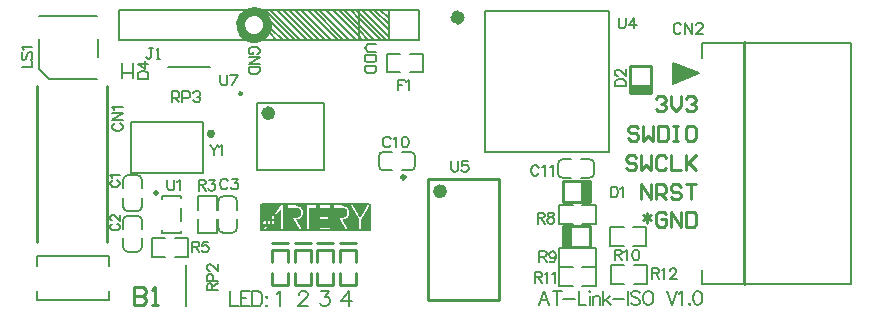
<source format=gto>
G04*
G04 #@! TF.GenerationSoftware,Altium Limited,Altium Designer,18.1.4 (159)*
G04*
G04 Layer_Color=65535*
%FSLAX25Y25*%
%MOIN*%
G70*
G01*
G75*
%ADD10C,0.03937*%
%ADD11C,0.00787*%
%ADD12C,0.02362*%
%ADD13C,0.01181*%
%ADD14C,0.01221*%
%ADD15C,0.03000*%
%ADD16C,0.00984*%
%ADD17C,0.00600*%
%ADD18C,0.00800*%
%ADD19C,0.00100*%
%ADD20C,0.00598*%
%ADD21C,0.01000*%
%ADD22C,0.01968*%
%ADD23C,0.00500*%
%ADD24C,0.00799*%
%ADD25C,0.00900*%
%ADD26R,0.07000X0.02500*%
%ADD27R,0.02500X0.07000*%
D10*
X140594Y92822D02*
G03*
X140594Y92822I-394J0D01*
G01*
D11*
X115532Y48087D02*
G03*
X113957Y46513I0J-1575D01*
G01*
Y43442D02*
G03*
X115532Y41867I1575J0D01*
G01*
X124469Y41867D02*
G03*
X126043Y43442I-0J1575D01*
G01*
X126043Y46513D02*
G03*
X124469Y48087I-1575J0D01*
G01*
X28740Y29824D02*
G03*
X30315Y28249I1575J0D01*
G01*
X33386D02*
G03*
X34961Y29824I0J1575D01*
G01*
X34961Y38761D02*
G03*
X33386Y40335I-1575J-0D01*
G01*
X30315Y40335D02*
G03*
X28740Y38761I0J-1575D01*
G01*
X34961Y25265D02*
G03*
X33386Y26840I-1575J-0D01*
G01*
X30315D02*
G03*
X28740Y25265I0J-1575D01*
G01*
X28740Y16328D02*
G03*
X30315Y14753I1575J0D01*
G01*
X33386Y14754D02*
G03*
X34961Y16328I0J1575D01*
G01*
X66710Y31668D02*
G03*
X65135Y33243I-1575J-0D01*
G01*
X62065D02*
G03*
X60490Y31668I0J-1575D01*
G01*
X60490Y22731D02*
G03*
X62065Y21157I1575J0D01*
G01*
X65135Y21157D02*
G03*
X66710Y22731I0J1575D01*
G01*
X185743Y44035D02*
G03*
X184169Y45610I-1575J0D01*
G01*
X184169Y39390D02*
G03*
X185743Y40965I-0J1575D01*
G01*
X173657Y40965D02*
G03*
X175232Y39390I1575J0D01*
G01*
Y45610D02*
G03*
X173657Y44035I0J-1575D01*
G01*
X191292Y10262D02*
X195761D01*
X203379Y4041D02*
Y10262D01*
X191292Y4041D02*
Y10262D01*
X198910D02*
X203379D01*
X191292Y4041D02*
X195761D01*
X198910D02*
X203379D01*
X174157Y9610D02*
X178625D01*
X181775D02*
X186243D01*
X174157Y3390D02*
X178625D01*
X186243D02*
Y9610D01*
X174157Y3390D02*
Y9610D01*
X181775Y3390D02*
X186243D01*
X191057Y23010D02*
X195525D01*
X198675D02*
X203143D01*
X191057Y16790D02*
X195525D01*
X203143D02*
Y23010D01*
X191057Y16790D02*
Y23010D01*
X198675Y16790D02*
X203143D01*
X174157Y30310D02*
X178625D01*
X181775D02*
X186243D01*
X174157Y24090D02*
X178625D01*
X186243D02*
Y30310D01*
X174157Y24090D02*
Y30310D01*
X181775Y24090D02*
X186243D01*
X174157Y15910D02*
X178625D01*
X181775D02*
X186243D01*
X174157Y9690D02*
X178625D01*
X186243D02*
Y15910D01*
X174157Y9690D02*
Y15910D01*
X181775Y9690D02*
X186243D01*
X115532Y41867D02*
X118425D01*
X121575Y41867D02*
X124469D01*
X121575Y48087D02*
X124469D01*
X113957Y43442D02*
Y46513D01*
X126043Y43442D02*
Y46513D01*
X115532Y48087D02*
X118425D01*
X124304Y74590D02*
X128772D01*
X116686D02*
Y80810D01*
X128772Y74590D02*
Y80810D01*
X116686Y74590D02*
X121154D01*
X124304Y80810D02*
X128772D01*
X116686D02*
X121154D01*
X27374Y85330D02*
Y95330D01*
X127374D01*
Y85330D02*
Y95330D01*
X119874Y85330D02*
X127374D01*
X27374D02*
X119874D01*
X38254Y19363D02*
X42723D01*
X50341Y13142D02*
Y19363D01*
X38254Y13142D02*
Y19363D01*
X45872D02*
X50341D01*
X38254Y13142D02*
X42723D01*
X45872D02*
X50341D01*
X53743Y21137D02*
Y25605D01*
Y33224D02*
X59964D01*
X53743Y21137D02*
X59964D01*
X53743Y28755D02*
Y33224D01*
X59964Y21137D02*
Y25605D01*
Y28755D02*
Y33224D01*
X34961Y29824D02*
Y32717D01*
X34961Y35867D02*
Y38761D01*
X28740Y35867D02*
Y38761D01*
X30315Y28249D02*
X33386D01*
X30315Y40335D02*
X33386D01*
X28740Y29824D02*
Y32717D01*
Y22372D02*
Y25265D01*
X28740Y16328D02*
Y19222D01*
X34961Y16328D02*
Y19222D01*
X30315Y26840D02*
X33386D01*
X30315Y14754D02*
X33386D01*
X34961Y22372D02*
Y25265D01*
X60490Y28775D02*
Y31668D01*
X60490Y22731D02*
Y25625D01*
X66710Y22731D02*
Y25625D01*
X62065Y33243D02*
X65135D01*
X62065Y21157D02*
X65135D01*
X66710Y28775D02*
Y31668D01*
X175232Y45610D02*
X178125D01*
X185743Y40965D02*
Y44035D01*
X173657Y40965D02*
Y44035D01*
X181275Y45610D02*
X184169D01*
X181275Y39390D02*
X184169D01*
X175232Y39390D02*
X178125D01*
X73289Y41968D02*
X95789D01*
Y64468D01*
X73289D02*
X95789D01*
X73289Y41968D02*
Y64468D01*
D12*
X135524Y34942D02*
G03*
X135524Y34942I-1181J0D01*
G01*
X78289Y60968D02*
G03*
X78289Y60968I-1181J0D01*
G01*
D13*
X122729Y39666D02*
G03*
X122729Y39666I-591J0D01*
G01*
D14*
X58749Y54083D02*
G03*
X58749Y54083I-781J0D01*
G01*
D15*
X76709Y91414D02*
G03*
X76767Y91148I-4335J-1084D01*
G01*
D16*
X68289Y67468D02*
G03*
X68289Y67468I-492J0D01*
G01*
D17*
X28393Y72609D02*
Y77727D01*
X28491Y74368D02*
X31838D01*
X31936Y72609D02*
Y77727D01*
X149500Y95144D02*
X190839D01*
Y47922D02*
Y95144D01*
X149500Y47922D02*
X190839D01*
X149500D02*
Y95144D01*
X235836Y84447D02*
X235836Y4133D01*
X221663D02*
X235836D01*
X271269D01*
Y84447D01*
X235836D02*
X271269D01*
X221663D02*
X235836D01*
X221663Y79290D02*
Y84447D01*
Y4133D02*
Y8690D01*
X212600Y76790D02*
X218100Y74290D01*
X212600Y71790D02*
X218100Y74290D01*
X212600Y72290D02*
X217100Y74290D01*
X212600Y76290D02*
X217100Y74290D01*
X213100Y72790D02*
Y75790D01*
Y72790D02*
X216100Y74290D01*
X213100Y75790D02*
X216100Y74290D01*
X213100Y75790D02*
X213600Y72790D01*
X215600Y74790D01*
X213100Y75290D02*
X215100Y74290D01*
X213100Y75290D02*
X213600Y74790D01*
X214100Y73290D01*
X214600Y74290D01*
X213600D02*
X214600D01*
X212600Y71290D02*
X218600Y74290D01*
X212100Y77290D02*
X218600Y74290D01*
X212100Y70790D02*
Y77290D01*
Y70790D02*
X219100Y74290D01*
X212100Y77790D02*
X219100Y74290D01*
X212100Y70790D02*
Y77790D01*
Y70790D02*
X220600Y74290D01*
X212100Y77790D02*
X220600Y74290D01*
X216600D02*
X220100D01*
X3Y13221D02*
X24019D01*
X3Y-1346D02*
X24019D01*
X3D02*
Y1607D01*
X24019Y10071D02*
Y13221D01*
Y-1346D02*
Y1804D01*
X3Y9874D02*
Y13221D01*
X236120Y3840D02*
Y84943D01*
X107374Y85430D02*
Y95330D01*
X114474D02*
X117274Y92530D01*
X112674Y95130D02*
X117274Y90530D01*
X110574Y95330D02*
X117274Y88630D01*
X108774Y95130D02*
X117174Y86730D01*
X106774Y95130D02*
X116474Y85430D01*
X107374Y92530D02*
X114574Y85330D01*
X107474Y90330D02*
X112474Y85330D01*
X107574Y88230D02*
X110474Y85330D01*
X107274Y86530D02*
X108474Y85330D01*
X104574Y95330D02*
X107474Y92430D01*
X102474Y95330D02*
X107474Y90330D01*
X100574Y95230D02*
X107574Y88230D01*
X98574Y95230D02*
X107274Y86530D01*
X96374Y95230D02*
X106274Y85330D01*
X94374Y95130D02*
X104174Y85330D01*
X92374Y95230D02*
X102180Y85425D01*
X90374Y95230D02*
X100274Y85330D01*
X88174Y95230D02*
X98074Y85330D01*
X86074Y95230D02*
X95874Y85430D01*
X83974Y95330D02*
X93874Y85430D01*
X81874Y95330D02*
X91874Y85330D01*
X79874Y95330D02*
X89874Y85330D01*
X77774Y95330D02*
X87774Y85330D01*
X75974Y95330D02*
X77374Y93930D01*
X85874Y85430D01*
X78274Y91030D02*
X83974Y85330D01*
X78174Y89030D02*
X81874Y85330D01*
X77674Y87530D02*
X79774Y85430D01*
X117274D02*
Y95430D01*
X73334Y80541D02*
X73677Y80712D01*
X74020Y81055D01*
X74191Y81398D01*
Y82083D01*
X74020Y82426D01*
X73677Y82769D01*
X73334Y82940D01*
X72820Y83112D01*
X71963D01*
X71449Y82940D01*
X71106Y82769D01*
X70763Y82426D01*
X70592Y82083D01*
Y81398D01*
X70763Y81055D01*
X71106Y80712D01*
X71449Y80541D01*
X71963D01*
Y81398D02*
Y80541D01*
X74191Y79718D02*
X70592D01*
X74191D02*
X70592Y77319D01*
X74191D02*
X70592D01*
X74191Y76324D02*
X70592D01*
X74191D02*
Y75125D01*
X74020Y74611D01*
X73677Y74268D01*
X73334Y74096D01*
X72820Y73925D01*
X71963D01*
X71449Y74096D01*
X71106Y74268D01*
X70763Y74611D01*
X70592Y75125D01*
Y76324D01*
X112899Y83900D02*
X110500D01*
X109300Y82700D01*
X110500Y81501D01*
X112899D01*
Y80301D02*
X109300D01*
Y78502D01*
X109900Y77902D01*
X112299D01*
X112899Y78502D01*
Y80301D01*
Y76702D02*
X109300D01*
Y74903D01*
X109900Y74303D01*
X112299D01*
X112899Y74903D01*
Y76702D01*
X64500Y1587D02*
Y-3412D01*
X67356D01*
X70999Y1587D02*
X67904D01*
Y-3412D01*
X70999D01*
X67904Y-793D02*
X69808D01*
X71832Y1587D02*
Y-3412D01*
Y1587D02*
X73498D01*
X74212Y1349D01*
X74688Y873D01*
X74926Y397D01*
X75164Y-317D01*
Y-1508D01*
X74926Y-2222D01*
X74688Y-2698D01*
X74212Y-3174D01*
X73498Y-3412D01*
X71832D01*
X76521Y-79D02*
X76283Y-317D01*
X76521Y-555D01*
X76759Y-317D01*
X76521Y-79D01*
Y-2936D02*
X76283Y-3174D01*
X76521Y-3412D01*
X76759Y-3174D01*
X76521Y-2936D01*
X170828Y-2900D02*
X169114Y1599D01*
X167400Y-2900D01*
X168043Y-1400D02*
X170185D01*
X173377Y1599D02*
Y-2900D01*
X171878Y1599D02*
X174877D01*
X175413Y-972D02*
X179269D01*
X180597Y1599D02*
Y-2900D01*
X183168D01*
X184089Y1599D02*
X184303Y1385D01*
X184518Y1599D01*
X184303Y1813D01*
X184089Y1599D01*
X184303Y99D02*
Y-2900D01*
X185310Y99D02*
Y-2900D01*
Y-758D02*
X185953Y-115D01*
X186382Y99D01*
X187024D01*
X187453Y-115D01*
X187667Y-758D01*
Y-2900D01*
X188845Y1599D02*
Y-2900D01*
X190988Y99D02*
X188845Y-2043D01*
X189702Y-1186D02*
X191202Y-2900D01*
X191909Y-972D02*
X195765D01*
X197094Y1599D02*
Y-2900D01*
X201036Y956D02*
X200607Y1385D01*
X199964Y1599D01*
X199108D01*
X198465Y1385D01*
X198036Y956D01*
Y528D01*
X198250Y99D01*
X198465Y-115D01*
X198893Y-329D01*
X200179Y-758D01*
X200607Y-972D01*
X200821Y-1186D01*
X201036Y-1615D01*
Y-2257D01*
X200607Y-2686D01*
X199964Y-2900D01*
X199108D01*
X198465Y-2686D01*
X198036Y-2257D01*
X203328Y1599D02*
X202900Y1385D01*
X202471Y956D01*
X202257Y528D01*
X202043Y-115D01*
Y-1186D01*
X202257Y-1829D01*
X202471Y-2257D01*
X202900Y-2686D01*
X203328Y-2900D01*
X204185D01*
X204613Y-2686D01*
X205042Y-2257D01*
X205256Y-1829D01*
X205470Y-1186D01*
Y-115D01*
X205256Y528D01*
X205042Y956D01*
X204613Y1385D01*
X204185Y1599D01*
X203328D01*
X210055D02*
X211769Y-2900D01*
X213483Y1599D02*
X211769Y-2900D01*
X214061Y742D02*
X214490Y956D01*
X215133Y1599D01*
Y-2900D01*
X217575Y-2472D02*
X217361Y-2686D01*
X217575Y-2900D01*
X217789Y-2686D01*
X217575Y-2472D01*
X220060Y1599D02*
X219417Y1385D01*
X218989Y742D01*
X218775Y-329D01*
Y-972D01*
X218989Y-2043D01*
X219417Y-2686D01*
X220060Y-2900D01*
X220489D01*
X221131Y-2686D01*
X221560Y-2043D01*
X221774Y-972D01*
Y-329D01*
X221560Y742D01*
X221131Y1385D01*
X220489Y1599D01*
X220060D01*
X103854Y1686D02*
X101473Y-1647D01*
X105044D01*
X103854Y1686D02*
Y-3313D01*
X94781Y1686D02*
X97400D01*
X95972Y-218D01*
X96686D01*
X97162Y-456D01*
X97400Y-694D01*
X97638Y-1409D01*
Y-1885D01*
X97400Y-2599D01*
X96924Y-3075D01*
X96210Y-3313D01*
X95495D01*
X94781Y-3075D01*
X94543Y-2837D01*
X94305Y-2361D01*
X87375Y496D02*
Y734D01*
X87613Y1210D01*
X87851Y1448D01*
X88327Y1686D01*
X89280D01*
X89756Y1448D01*
X89994Y1210D01*
X90232Y734D01*
Y258D01*
X89994Y-218D01*
X89518Y-932D01*
X87137Y-3313D01*
X90470D01*
X79969Y734D02*
X80445Y972D01*
X81159Y1686D01*
Y-3313D01*
X205100Y9294D02*
Y5694D01*
Y9294D02*
X206643D01*
X207157Y9122D01*
X207328Y8951D01*
X207500Y8608D01*
Y8265D01*
X207328Y7923D01*
X207157Y7751D01*
X206643Y7580D01*
X205100D01*
X206300D02*
X207500Y5694D01*
X208305Y8608D02*
X208648Y8779D01*
X209162Y9294D01*
Y5694D01*
X211116Y8437D02*
Y8608D01*
X211287Y8951D01*
X211459Y9122D01*
X211801Y9294D01*
X212487D01*
X212830Y9122D01*
X213001Y8951D01*
X213173Y8608D01*
Y8265D01*
X213001Y7923D01*
X212658Y7408D01*
X210945Y5694D01*
X213344D01*
X165982Y7942D02*
Y4343D01*
Y7942D02*
X167525D01*
X168039Y7770D01*
X168210Y7599D01*
X168382Y7256D01*
Y6913D01*
X168210Y6571D01*
X168039Y6399D01*
X167525Y6228D01*
X165982D01*
X167182D02*
X168382Y4343D01*
X169187Y7256D02*
X169530Y7428D01*
X170044Y7942D01*
Y4343D01*
X171827Y7256D02*
X172170Y7428D01*
X172684Y7942D01*
Y4343D01*
X192584Y15504D02*
Y11905D01*
Y15504D02*
X194127D01*
X194641Y15333D01*
X194813Y15161D01*
X194984Y14818D01*
Y14476D01*
X194813Y14133D01*
X194641Y13961D01*
X194127Y13790D01*
X192584D01*
X193784D02*
X194984Y11905D01*
X195789Y14818D02*
X196132Y14990D01*
X196646Y15504D01*
Y11905D01*
X199457Y15504D02*
X198943Y15333D01*
X198600Y14818D01*
X198429Y13961D01*
Y13447D01*
X198600Y12590D01*
X198943Y12076D01*
X199457Y11905D01*
X199800D01*
X200314Y12076D01*
X200657Y12590D01*
X200828Y13447D01*
Y13961D01*
X200657Y14818D01*
X200314Y15333D01*
X199800Y15504D01*
X199457D01*
X214779Y90366D02*
X214179Y90966D01*
X212979D01*
X212380Y90366D01*
Y87967D01*
X212979Y87367D01*
X214179D01*
X214779Y87967D01*
X215978Y87367D02*
Y90966D01*
X218378Y87367D01*
Y90966D01*
X221976Y87367D02*
X219577D01*
X221976Y89766D01*
Y90366D01*
X221377Y90966D01*
X220177D01*
X219577Y90366D01*
X44900Y64700D02*
Y68299D01*
X46699D01*
X47299Y67699D01*
Y66499D01*
X46699Y65900D01*
X44900D01*
X46100D02*
X47299Y64700D01*
X48499D02*
Y68299D01*
X50298D01*
X50898Y67699D01*
Y66499D01*
X50298Y65900D01*
X48499D01*
X52098Y67699D02*
X52697Y68299D01*
X53897D01*
X54497Y67699D01*
Y67099D01*
X53897Y66499D01*
X53297D01*
X53897D01*
X54497Y65900D01*
Y65300D01*
X53897Y64700D01*
X52697D01*
X52098Y65300D01*
X38654Y82723D02*
X37454D01*
X38054D01*
Y79724D01*
X37454Y79125D01*
X36854D01*
X36255Y79724D01*
X39853Y79125D02*
X41053D01*
X40453D01*
Y82723D01*
X39853Y82124D01*
X120422Y72148D02*
Y68549D01*
Y72148D02*
X122650D01*
X120422Y70434D02*
X121793D01*
X123061Y71463D02*
X123404Y71634D01*
X123918Y72148D01*
Y68549D01*
X167500Y14899D02*
Y11300D01*
Y14899D02*
X169043D01*
X169557Y14728D01*
X169728Y14556D01*
X169899Y14214D01*
Y13871D01*
X169728Y13528D01*
X169557Y13357D01*
X169043Y13185D01*
X167500D01*
X168700D02*
X169899Y11300D01*
X172933Y13700D02*
X172762Y13185D01*
X172419Y12843D01*
X171905Y12671D01*
X171733D01*
X171219Y12843D01*
X170876Y13185D01*
X170705Y13700D01*
Y13871D01*
X170876Y14385D01*
X171219Y14728D01*
X171733Y14899D01*
X171905D01*
X172419Y14728D01*
X172762Y14385D01*
X172933Y13700D01*
Y12843D01*
X172762Y11986D01*
X172419Y11471D01*
X171905Y11300D01*
X171562D01*
X171048Y11471D01*
X170876Y11814D01*
X166909Y27780D02*
Y24181D01*
Y27780D02*
X168451D01*
X168965Y27608D01*
X169137Y27437D01*
X169308Y27094D01*
Y26751D01*
X169137Y26409D01*
X168965Y26237D01*
X168451Y26066D01*
X166909D01*
X168108D02*
X169308Y24181D01*
X170971Y27780D02*
X170456Y27608D01*
X170285Y27266D01*
Y26923D01*
X170456Y26580D01*
X170799Y26409D01*
X171485Y26237D01*
X171999Y26066D01*
X172342Y25723D01*
X172513Y25380D01*
Y24866D01*
X172342Y24523D01*
X172170Y24352D01*
X171656Y24181D01*
X170971D01*
X170456Y24352D01*
X170285Y24523D01*
X170114Y24866D01*
Y25380D01*
X170285Y25723D01*
X170628Y26066D01*
X171142Y26237D01*
X171827Y26409D01*
X172170Y26580D01*
X172342Y26923D01*
Y27266D01*
X172170Y27608D01*
X171656Y27780D01*
X170971D01*
X117871Y52324D02*
X117700Y52667D01*
X117357Y53010D01*
X117014Y53181D01*
X116328D01*
X115986Y53010D01*
X115643Y52667D01*
X115471Y52324D01*
X115300Y51810D01*
Y50953D01*
X115471Y50439D01*
X115643Y50096D01*
X115986Y49754D01*
X116328Y49582D01*
X117014D01*
X117357Y49754D01*
X117700Y50096D01*
X117871Y50439D01*
X118882Y52496D02*
X119225Y52667D01*
X119739Y53181D01*
Y49582D01*
X122550Y53181D02*
X122036Y53010D01*
X121693Y52496D01*
X121521Y51639D01*
Y51125D01*
X121693Y50268D01*
X122036Y49754D01*
X122550Y49582D01*
X122893D01*
X123407Y49754D01*
X123750Y50268D01*
X123921Y51125D01*
Y51639D01*
X123750Y52496D01*
X123407Y53010D01*
X122893Y53181D01*
X122550D01*
X63650Y38278D02*
X63478Y38621D01*
X63136Y38964D01*
X62793Y39135D01*
X62107D01*
X61765Y38964D01*
X61422Y38621D01*
X61250Y38278D01*
X61079Y37764D01*
Y36907D01*
X61250Y36393D01*
X61422Y36050D01*
X61765Y35708D01*
X62107Y35536D01*
X62793D01*
X63136Y35708D01*
X63478Y36050D01*
X63650Y36393D01*
X65004Y39135D02*
X66889D01*
X65861Y37764D01*
X66375D01*
X66718Y37593D01*
X66889Y37421D01*
X67061Y36907D01*
Y36564D01*
X66889Y36050D01*
X66546Y35708D01*
X66032Y35536D01*
X65518D01*
X65004Y35708D01*
X64832Y35879D01*
X64661Y36222D01*
X25162Y24140D02*
X24858Y23987D01*
X24553Y23683D01*
X24401Y23378D01*
Y22769D01*
X24553Y22464D01*
X24858Y22159D01*
X25162Y22007D01*
X25620Y21855D01*
X26381D01*
X26838Y22007D01*
X27143Y22159D01*
X27448Y22464D01*
X27600Y22769D01*
Y23378D01*
X27448Y23683D01*
X27143Y23987D01*
X26838Y24140D01*
X25162Y25191D02*
X25010D01*
X24705Y25343D01*
X24553Y25496D01*
X24401Y25800D01*
Y26410D01*
X24553Y26715D01*
X24705Y26867D01*
X25010Y27019D01*
X25315D01*
X25620Y26867D01*
X26076Y26562D01*
X27600Y25039D01*
Y27171D01*
X25162Y38585D02*
X24858Y38433D01*
X24553Y38128D01*
X24401Y37824D01*
Y37214D01*
X24553Y36909D01*
X24858Y36605D01*
X25162Y36452D01*
X25620Y36300D01*
X26381D01*
X26838Y36452D01*
X27143Y36605D01*
X27448Y36909D01*
X27600Y37214D01*
Y37824D01*
X27448Y38128D01*
X27143Y38433D01*
X26838Y38585D01*
X25010Y39484D02*
X24858Y39789D01*
X24401Y40246D01*
X27600D01*
X57625Y50499D02*
X58996Y48785D01*
Y46900D01*
X60368Y50499D02*
X58996Y48785D01*
X60830Y49814D02*
X61173Y49985D01*
X61687Y50499D01*
Y46900D01*
X56801Y1900D02*
X60400D01*
X56801D02*
Y3443D01*
X56972Y3957D01*
X57144Y4128D01*
X57486Y4299D01*
X57829D01*
X58172Y4128D01*
X58343Y3957D01*
X58515Y3443D01*
Y1900D01*
Y3100D02*
X60400Y4299D01*
X58686Y5105D02*
Y6648D01*
X58515Y7162D01*
X58343Y7333D01*
X58000Y7504D01*
X57486D01*
X57144Y7333D01*
X56972Y7162D01*
X56801Y6648D01*
Y5105D01*
X60400D01*
X57658Y8481D02*
X57486D01*
X57144Y8653D01*
X56972Y8824D01*
X56801Y9167D01*
Y9853D01*
X56972Y10195D01*
X57144Y10367D01*
X57486Y10538D01*
X57829D01*
X58172Y10367D01*
X58686Y10024D01*
X60400Y8310D01*
Y10710D01*
X138100Y44971D02*
Y42401D01*
X138271Y41886D01*
X138614Y41544D01*
X139128Y41372D01*
X139471D01*
X139985Y41544D01*
X140328Y41886D01*
X140499Y42401D01*
Y44971D01*
X143550D02*
X141836D01*
X141665Y43429D01*
X141836Y43600D01*
X142350Y43772D01*
X142865D01*
X143379Y43600D01*
X143722Y43257D01*
X143893Y42743D01*
Y42401D01*
X143722Y41886D01*
X143379Y41544D01*
X142865Y41372D01*
X142350D01*
X141836Y41544D01*
X141665Y41715D01*
X141494Y42058D01*
X193900Y92799D02*
Y90228D01*
X194071Y89714D01*
X194414Y89371D01*
X194928Y89200D01*
X195271D01*
X195785Y89371D01*
X196128Y89714D01*
X196300Y90228D01*
Y92799D01*
X199007D02*
X197294Y90400D01*
X199864D01*
X199007Y92799D02*
Y89200D01*
X192679Y70041D02*
X196278D01*
X192679D02*
Y71240D01*
X192850Y71755D01*
X193193Y72097D01*
X193536Y72269D01*
X194050Y72440D01*
X194907D01*
X195421Y72269D01*
X195764Y72097D01*
X196107Y71755D01*
X196278Y71240D01*
Y70041D01*
X193536Y73417D02*
X193365D01*
X193022Y73589D01*
X192850Y73760D01*
X192679Y74103D01*
Y74788D01*
X192850Y75131D01*
X193022Y75302D01*
X193365Y75474D01*
X193707D01*
X194050Y75302D01*
X194564Y74960D01*
X196278Y73246D01*
Y75645D01*
X51737Y18141D02*
Y14542D01*
Y18141D02*
X53280D01*
X53794Y17969D01*
X53965Y17798D01*
X54137Y17455D01*
Y17112D01*
X53965Y16770D01*
X53794Y16598D01*
X53280Y16427D01*
X51737D01*
X52937D02*
X54137Y14542D01*
X56999Y18141D02*
X55285D01*
X55113Y16598D01*
X55285Y16770D01*
X55799Y16941D01*
X56313D01*
X56827Y16770D01*
X57170Y16427D01*
X57341Y15913D01*
Y15570D01*
X57170Y15056D01*
X56827Y14713D01*
X56313Y14542D01*
X55799D01*
X55285Y14713D01*
X55113Y14884D01*
X54942Y15227D01*
X61079Y73849D02*
Y71278D01*
X61250Y70764D01*
X61593Y70421D01*
X62107Y70250D01*
X62450D01*
X62964Y70421D01*
X63307Y70764D01*
X63478Y71278D01*
Y73849D01*
X66872D02*
X65158Y70250D01*
X64473Y73849D02*
X66872D01*
X43358Y38806D02*
Y36235D01*
X43529Y35721D01*
X43872Y35378D01*
X44386Y35207D01*
X44729D01*
X45243Y35378D01*
X45586Y35721D01*
X45757Y36235D01*
Y38806D01*
X46751Y38120D02*
X47094Y38292D01*
X47608Y38806D01*
Y35207D01*
X53909Y38767D02*
Y35168D01*
Y38767D02*
X55451D01*
X55966Y38595D01*
X56137Y38424D01*
X56308Y38081D01*
Y37738D01*
X56137Y37396D01*
X55966Y37224D01*
X55451Y37053D01*
X53909D01*
X55109D02*
X56308Y35168D01*
X57457Y38767D02*
X59342D01*
X58314Y37396D01*
X58828D01*
X59171Y37224D01*
X59342Y37053D01*
X59513Y36539D01*
Y36196D01*
X59342Y35682D01*
X58999Y35339D01*
X58485Y35168D01*
X57971D01*
X57457Y35339D01*
X57285Y35510D01*
X57114Y35853D01*
X-5088Y76345D02*
X-1489D01*
Y78402D01*
X-4574Y81196D02*
X-4917Y80853D01*
X-5088Y80339D01*
Y79653D01*
X-4917Y79139D01*
X-4574Y78796D01*
X-4231D01*
X-3889Y78968D01*
X-3717Y79139D01*
X-3546Y79482D01*
X-3203Y80510D01*
X-3032Y80853D01*
X-2860Y81024D01*
X-2518Y81196D01*
X-2004D01*
X-1661Y80853D01*
X-1489Y80339D01*
Y79653D01*
X-1661Y79139D01*
X-2004Y78796D01*
X-4403Y82001D02*
X-4574Y82344D01*
X-5088Y82858D01*
X-1489D01*
X33584Y72492D02*
X37183D01*
X33584D02*
Y73692D01*
X33755Y74206D01*
X34098Y74549D01*
X34441Y74720D01*
X34955Y74891D01*
X35812D01*
X36326Y74720D01*
X36669Y74549D01*
X37012Y74206D01*
X37183Y73692D01*
Y72492D01*
X33584Y77411D02*
X35983Y75697D01*
Y78268D01*
X33584Y77411D02*
X37183D01*
X191200Y36499D02*
Y32900D01*
Y36499D02*
X192400D01*
X192914Y36328D01*
X193257Y35985D01*
X193428Y35642D01*
X193599Y35128D01*
Y34271D01*
X193428Y33757D01*
X193257Y33414D01*
X192914Y33071D01*
X192400Y32900D01*
X191200D01*
X194405Y35814D02*
X194748Y35985D01*
X195262Y36499D01*
Y32900D01*
X25902Y57689D02*
X25559Y57518D01*
X25216Y57175D01*
X25045Y56832D01*
Y56147D01*
X25216Y55804D01*
X25559Y55461D01*
X25902Y55290D01*
X26416Y55119D01*
X27273D01*
X27787Y55290D01*
X28130Y55461D01*
X28473Y55804D01*
X28644Y56147D01*
Y56832D01*
X28473Y57175D01*
X28130Y57518D01*
X27787Y57689D01*
X25045Y58701D02*
X28644D01*
X25045D02*
X28644Y61100D01*
X25045D02*
X28644D01*
X25730Y62094D02*
X25559Y62437D01*
X25045Y62951D01*
X28644D01*
X167350Y42807D02*
X167179Y43150D01*
X166836Y43492D01*
X166493Y43664D01*
X165807D01*
X165465Y43492D01*
X165122Y43150D01*
X164951Y42807D01*
X164779Y42292D01*
Y41436D01*
X164951Y40921D01*
X165122Y40579D01*
X165465Y40236D01*
X165807Y40064D01*
X166493D01*
X166836Y40236D01*
X167179Y40579D01*
X167350Y40921D01*
X168361Y42978D02*
X168704Y43150D01*
X169218Y43664D01*
Y40064D01*
X171001Y42978D02*
X171343Y43150D01*
X171858Y43664D01*
Y40064D01*
D18*
X111067Y21955D02*
Y30555D01*
X74667Y21955D02*
Y30555D01*
X74967Y21855D02*
X110667D01*
X74867Y30555D02*
X110767D01*
X43725Y76400D02*
X57625D01*
X41691Y20967D02*
Y21899D01*
Y32399D02*
Y33399D01*
X47967Y25175D02*
Y29399D01*
Y32675D02*
Y33399D01*
Y20967D02*
Y21675D01*
X41691Y33399D02*
X47967D01*
X41691Y20967D02*
X47967D01*
X49584Y-3412D02*
Y10488D01*
D19*
X108067Y22155D02*
X110867D01*
X103767D02*
X107167D01*
X97767D02*
X102667D01*
X90667D02*
X94067D01*
X88367D02*
X89767D01*
X81967D02*
X87267D01*
X75967D02*
X81067D01*
X108067Y22255D02*
X110867D01*
X103767D02*
X107167D01*
X97767D02*
X102667D01*
X90667D02*
X94067D01*
X88367D02*
X89767D01*
X81967D02*
X87267D01*
X76067D02*
X81067D01*
X108067Y22355D02*
X110867D01*
X103767D02*
X107167D01*
X97767D02*
X102567D01*
X90667D02*
X94067D01*
X88367D02*
X89767D01*
X81967D02*
X87167D01*
X76167D02*
X81067D01*
X74867D02*
X74967D01*
X108067Y22455D02*
X110867D01*
X103667D02*
X107167D01*
X97767D02*
X102567D01*
X90667D02*
X94067D01*
X88267D02*
X89767D01*
X81967D02*
X87167D01*
X76267D02*
X81067D01*
X74867D02*
X75067D01*
X108067Y22555D02*
X110867D01*
X103567D02*
X107167D01*
X97767D02*
X102467D01*
X90667D02*
X94067D01*
X88267D02*
X89767D01*
X81967D02*
X87067D01*
X76267D02*
X81067D01*
X74867D02*
X75067D01*
X108067Y22655D02*
X110867D01*
X103567D02*
X107167D01*
X97767D02*
X102367D01*
X90667D02*
X94067D01*
X88167D02*
X89767D01*
X81967D02*
X86967D01*
X76367D02*
X81067D01*
X74867D02*
X75167D01*
X108067Y22755D02*
X110867D01*
X103467D02*
X107167D01*
X97767D02*
X102367D01*
X90667D02*
X94067D01*
X88067D02*
X89767D01*
X81967D02*
X86967D01*
X76467D02*
X81067D01*
X74867D02*
X75267D01*
X108067Y22855D02*
X110867D01*
X103467D02*
X107167D01*
X97767D02*
X102267D01*
X90667D02*
X94067D01*
X88067D02*
X89767D01*
X81967D02*
X86867D01*
X76567D02*
X81067D01*
X74867D02*
X75367D01*
X108067Y22955D02*
X110867D01*
X103367D02*
X107167D01*
X97767D02*
X102267D01*
X90667D02*
X94067D01*
X87967D02*
X89767D01*
X81967D02*
X86867D01*
X76567D02*
X81067D01*
X74867D02*
X75367D01*
X108067Y23055D02*
X110867D01*
X103367D02*
X107167D01*
X90667D02*
X102167D01*
X87967D02*
X89767D01*
X81967D02*
X86767D01*
X76667D02*
X81067D01*
X74867D02*
X75467D01*
X108067Y23155D02*
X110867D01*
X103267D02*
X107167D01*
X90667D02*
X102067D01*
X87867D02*
X89767D01*
X81967D02*
X86667D01*
X76767D02*
X81067D01*
X74867D02*
X75567D01*
X108067Y23255D02*
X110867D01*
X103167D02*
X107167D01*
X90667D02*
X102067D01*
X87767D02*
X89767D01*
X81967D02*
X86667D01*
X76867D02*
X81067D01*
X74867D02*
X75667D01*
X108067Y23355D02*
X110867D01*
X103167D02*
X107167D01*
X90667D02*
X101967D01*
X87767D02*
X89767D01*
X81967D02*
X86567D01*
X76867D02*
X81067D01*
X74867D02*
X75667D01*
X108067Y23455D02*
X110867D01*
X103067D02*
X107167D01*
X90667D02*
X101967D01*
X87667D02*
X89767D01*
X81967D02*
X86567D01*
X74867D02*
X81067D01*
X108067Y23555D02*
X110867D01*
X103067D02*
X107167D01*
X90667D02*
X101867D01*
X87667D02*
X89767D01*
X81967D02*
X86467D01*
X74867D02*
X81067D01*
X108067Y23655D02*
X110867D01*
X102967D02*
X107167D01*
X90667D02*
X101867D01*
X87567D02*
X89767D01*
X81967D02*
X86467D01*
X74867D02*
X81067D01*
X108067Y23755D02*
X110867D01*
X102867D02*
X107167D01*
X90667D02*
X101767D01*
X87567D02*
X89767D01*
X81967D02*
X86367D01*
X74867D02*
X81067D01*
X108067Y23855D02*
X110867D01*
X102867D02*
X107167D01*
X90667D02*
X101667D01*
X87467D02*
X89767D01*
X81967D02*
X86267D01*
X74867D02*
X81067D01*
X108067Y23955D02*
X110867D01*
X102767D02*
X107167D01*
X90667D02*
X101667D01*
X87367D02*
X89767D01*
X81967D02*
X86267D01*
X74867D02*
X81067D01*
X108067Y24055D02*
X110867D01*
X102767D02*
X107167D01*
X90667D02*
X101567D01*
X87367D02*
X89767D01*
X81967D02*
X86167D01*
X74867D02*
X81067D01*
X108067Y24155D02*
X110867D01*
X102667D02*
X107167D01*
X90667D02*
X101567D01*
X87267D02*
X89767D01*
X81967D02*
X86167D01*
X79067D02*
X81067D01*
X77667D02*
X78067D01*
X76367D02*
X76667D01*
X74867D02*
X75267D01*
X108067Y24255D02*
X110867D01*
X102667D02*
X107167D01*
X90667D02*
X101467D01*
X87267D02*
X89767D01*
X81967D02*
X86067D01*
X79167D02*
X81067D01*
X77767D02*
X77967D01*
X76467D02*
X76567D01*
X74867D02*
X75167D01*
X108067Y24355D02*
X110867D01*
X102567D02*
X107167D01*
X90667D02*
X101367D01*
X87167D02*
X89767D01*
X81967D02*
X85967D01*
X79167D02*
X81067D01*
X77767D02*
X77967D01*
X76467D02*
X76567D01*
X74867D02*
X75167D01*
X108067Y24455D02*
X110867D01*
X102467D02*
X107167D01*
X90667D02*
X101367D01*
X87067D02*
X89767D01*
X81967D02*
X85967D01*
X79167D02*
X81067D01*
X77767D02*
X77967D01*
X76467D02*
X76567D01*
X74867D02*
X75167D01*
X108067Y24555D02*
X110867D01*
X102467D02*
X107167D01*
X90667D02*
X101267D01*
X87067D02*
X89767D01*
X81967D02*
X85867D01*
X79167D02*
X81067D01*
X77767D02*
X77967D01*
X76467D02*
X76567D01*
X74867D02*
X75167D01*
X108067Y24655D02*
X110867D01*
X102367D02*
X107167D01*
X90667D02*
X101267D01*
X86967D02*
X89767D01*
X81967D02*
X85867D01*
X79167D02*
X81067D01*
X77767D02*
X77967D01*
X76467D02*
X76567D01*
X74867D02*
X75167D01*
X108067Y24755D02*
X110867D01*
X102367D02*
X107167D01*
X90667D02*
X101167D01*
X86967D02*
X89767D01*
X81967D02*
X85767D01*
X79167D02*
X81067D01*
X77767D02*
X77967D01*
X76467D02*
X76567D01*
X74867D02*
X75167D01*
X108067Y24855D02*
X110867D01*
X102267D02*
X107167D01*
X90667D02*
X101167D01*
X86867D02*
X89767D01*
X81967D02*
X85767D01*
X79167D02*
X81067D01*
X77767D02*
X77967D01*
X76467D02*
X76567D01*
X74867D02*
X75167D01*
X108067Y24955D02*
X110867D01*
X102167D02*
X107167D01*
X90667D02*
X101067D01*
X86867D02*
X89767D01*
X81967D02*
X85667D01*
X79167D02*
X81067D01*
X77767D02*
X77967D01*
X76467D02*
X76567D01*
X74867D02*
X75167D01*
X108067Y25055D02*
X110867D01*
X102167D02*
X107167D01*
X90667D02*
X100967D01*
X86767D02*
X89767D01*
X81967D02*
X85567D01*
X79167D02*
X81067D01*
X77767D02*
X77967D01*
X76467D02*
X76567D01*
X74867D02*
X75167D01*
X108067Y25155D02*
X110867D01*
X102067D02*
X107167D01*
X90667D02*
X100967D01*
X86667D02*
X89767D01*
X81967D02*
X85567D01*
X79167D02*
X81067D01*
X77767D02*
X77967D01*
X76367D02*
X76567D01*
X74867D02*
X75267D01*
X108067Y25255D02*
X110867D01*
X102067D02*
X107167D01*
X90667D02*
X100867D01*
X86667D02*
X89767D01*
X81967D02*
X85467D01*
X79067D02*
X81067D01*
X77667D02*
X78067D01*
X76267D02*
X76667D01*
X74867D02*
X75367D01*
X108067Y25355D02*
X110867D01*
X101967D02*
X107167D01*
X90667D02*
X100867D01*
X86567D02*
X89767D01*
X81967D02*
X85467D01*
X74867D02*
X81067D01*
X108067Y25455D02*
X110867D01*
X101967D02*
X107167D01*
X90667D02*
X100767D01*
X86567D02*
X89767D01*
X81967D02*
X85367D01*
X74867D02*
X81067D01*
X108067Y25555D02*
X110867D01*
X101867D02*
X107167D01*
X90667D02*
X100667D01*
X86467D02*
X89767D01*
X81967D02*
X85267D01*
X74867D02*
X81067D01*
X108167Y25655D02*
X110867D01*
X102367D02*
X107067D01*
X90667D02*
X100667D01*
X86967D02*
X89767D01*
X81967D02*
X85267D01*
X79067D02*
X81067D01*
X74867D02*
X78067D01*
X108167Y25755D02*
X110867D01*
X102767D02*
X106967D01*
X90667D02*
X100567D01*
X87367D02*
X89767D01*
X81967D02*
X85167D01*
X79167D02*
X81067D01*
X74867D02*
X77967D01*
X108267Y25855D02*
X110867D01*
X103067D02*
X106967D01*
X96867D02*
X100567D01*
X90667D02*
X94067D01*
X87667D02*
X89767D01*
X81967D02*
X85167D01*
X79167D02*
X81067D01*
X74867D02*
X77967D01*
X108267Y25955D02*
X110867D01*
X103167D02*
X106867D01*
X96867D02*
X100467D01*
X90667D02*
X94067D01*
X87767D02*
X89767D01*
X81967D02*
X85067D01*
X79167D02*
X81067D01*
X74867D02*
X77967D01*
X108367Y26055D02*
X110867D01*
X103367D02*
X106867D01*
X96867D02*
X100467D01*
X90667D02*
X94067D01*
X87967D02*
X89767D01*
X81967D02*
X85067D01*
X79167D02*
X81067D01*
X74867D02*
X77967D01*
X108467Y26155D02*
X110867D01*
X103467D02*
X106767D01*
X96867D02*
X100367D01*
X90667D02*
X94067D01*
X88067D02*
X89767D01*
X81967D02*
X84967D01*
X79167D02*
X81067D01*
X74867D02*
X77967D01*
X108467Y26255D02*
X110867D01*
X103567D02*
X106767D01*
X96867D02*
X100267D01*
X90667D02*
X94067D01*
X88167D02*
X89767D01*
X81967D02*
X84967D01*
X79167D02*
X81067D01*
X74867D02*
X77967D01*
X108567Y26355D02*
X110867D01*
X103667D02*
X106667D01*
X96867D02*
X101467D01*
X90667D02*
X94067D01*
X88267D02*
X89767D01*
X81967D02*
X86067D01*
X79167D02*
X81067D01*
X74867D02*
X77967D01*
X108567Y26455D02*
X110867D01*
X103667D02*
X106567D01*
X96867D02*
X101967D01*
X90667D02*
X94067D01*
X88267D02*
X89767D01*
X81967D02*
X86567D01*
X79167D02*
X81067D01*
X74867D02*
X77967D01*
X108667Y26555D02*
X110867D01*
X103767D02*
X106567D01*
X96867D02*
X102267D01*
X90667D02*
X94067D01*
X88367D02*
X89767D01*
X81967D02*
X86867D01*
X79167D02*
X81067D01*
X74867D02*
X77967D01*
X108767Y26655D02*
X110867D01*
X107467D02*
X107667D01*
X103767D02*
X106467D01*
X96867D02*
X102467D01*
X90667D02*
X94067D01*
X88467D02*
X89767D01*
X81967D02*
X87067D01*
X79167D02*
X81067D01*
X74867D02*
X77967D01*
X108767Y26755D02*
X110867D01*
X107467D02*
X107767D01*
X103867D02*
X106467D01*
X90667D02*
X102567D01*
X88467D02*
X89767D01*
X81967D02*
X87267D01*
X79067D02*
X81067D01*
X74867D02*
X78067D01*
X108867Y26855D02*
X110867D01*
X107367D02*
X107767D01*
X103867D02*
X106367D01*
X90667D02*
X102767D01*
X88467D02*
X89767D01*
X81967D02*
X87367D01*
X74867D02*
X81067D01*
X108867Y26955D02*
X110867D01*
X107367D02*
X107867D01*
X103967D02*
X106267D01*
X90667D02*
X102867D01*
X88567D02*
X89767D01*
X81967D02*
X87467D01*
X74867D02*
X81067D01*
X108967Y27055D02*
X110867D01*
X107267D02*
X107867D01*
X103967D02*
X106267D01*
X90667D02*
X102867D01*
X88567D02*
X89767D01*
X81967D02*
X87567D01*
X74867D02*
X81067D01*
X108967Y27155D02*
X110867D01*
X107167D02*
X107967D01*
X103967D02*
X106167D01*
X90667D02*
X102967D01*
X88567D02*
X89767D01*
X81967D02*
X87567D01*
X74867D02*
X81067D01*
X109067Y27255D02*
X110867D01*
X107167D02*
X108067D01*
X104067D02*
X106167D01*
X90667D02*
X102967D01*
X88667D02*
X89767D01*
X81967D02*
X87667D01*
X74867D02*
X81067D01*
X109167Y27355D02*
X110867D01*
X107067D02*
X108067D01*
X104067D02*
X106067D01*
X90667D02*
X103067D01*
X88667D02*
X89767D01*
X81967D02*
X87667D01*
X79867D02*
X81067D01*
X74867D02*
X78767D01*
X109167Y27455D02*
X110867D01*
X107067D02*
X108167D01*
X104067D02*
X106067D01*
X90667D02*
X103067D01*
X88667D02*
X89767D01*
X81967D02*
X87667D01*
X79967D02*
X81067D01*
X74867D02*
X78767D01*
X109267Y27555D02*
X110867D01*
X106967D02*
X108167D01*
X104067D02*
X105967D01*
X90667D02*
X103067D01*
X88667D02*
X89767D01*
X81967D02*
X87667D01*
X80067D02*
X81067D01*
X74867D02*
X78867D01*
X109267Y27655D02*
X110867D01*
X106967D02*
X108267D01*
X104067D02*
X105867D01*
X90667D02*
X103167D01*
X88667D02*
X89767D01*
X81967D02*
X87767D01*
X80167D02*
X81067D01*
X74867D02*
X78967D01*
X109367Y27755D02*
X110867D01*
X106867D02*
X108267D01*
X104067D02*
X105867D01*
X90667D02*
X103167D01*
X88667D02*
X89767D01*
X81967D02*
X87767D01*
X80167D02*
X81067D01*
X74867D02*
X78967D01*
X109467Y27855D02*
X110867D01*
X106767D02*
X108367D01*
X104067D02*
X105767D01*
X90667D02*
X103167D01*
X88667D02*
X89767D01*
X81967D02*
X87767D01*
X80267D02*
X81067D01*
X74867D02*
X79067D01*
X109467Y27955D02*
X110867D01*
X106767D02*
X108467D01*
X104067D02*
X105767D01*
X90667D02*
X103167D01*
X88667D02*
X89767D01*
X81967D02*
X87767D01*
X80367D02*
X81067D01*
X74867D02*
X79167D01*
X109567Y28055D02*
X110867D01*
X106667D02*
X108467D01*
X104067D02*
X105667D01*
X90667D02*
X103167D01*
X88667D02*
X89767D01*
X81967D02*
X87767D01*
X80467D02*
X81067D01*
X74867D02*
X79267D01*
X109567Y28155D02*
X110867D01*
X106667D02*
X108567D01*
X104067D02*
X105567D01*
X90667D02*
X103167D01*
X88667D02*
X89767D01*
X81967D02*
X87767D01*
X80467D02*
X81067D01*
X74867D02*
X79267D01*
X109667Y28255D02*
X110867D01*
X106567D02*
X108567D01*
X104067D02*
X105567D01*
X90667D02*
X103067D01*
X88667D02*
X89767D01*
X81967D02*
X87667D01*
X80567D02*
X81067D01*
X74867D02*
X79367D01*
X109767Y28355D02*
X110867D01*
X106467D02*
X108667D01*
X104067D02*
X105467D01*
X90667D02*
X103067D01*
X88667D02*
X89767D01*
X81967D02*
X87667D01*
X80667D02*
X81067D01*
X74867D02*
X79467D01*
X109767Y28455D02*
X110867D01*
X106467D02*
X108767D01*
X104067D02*
X105467D01*
X90667D02*
X103067D01*
X88667D02*
X89767D01*
X81967D02*
X87667D01*
X80767D02*
X81067D01*
X74867D02*
X79567D01*
X109867Y28555D02*
X110867D01*
X106367D02*
X108767D01*
X103967D02*
X105367D01*
X90667D02*
X102967D01*
X88567D02*
X89767D01*
X81967D02*
X87567D01*
X80867D02*
X81067D01*
X74867D02*
X79567D01*
X109867Y28655D02*
X110867D01*
X106367D02*
X108867D01*
X103967D02*
X105267D01*
X90667D02*
X102967D01*
X88567D02*
X89767D01*
X81967D02*
X87567D01*
X80867D02*
X81067D01*
X74867D02*
X79667D01*
X109967Y28755D02*
X110867D01*
X106267D02*
X108867D01*
X103967D02*
X105267D01*
X90667D02*
X102867D01*
X88567D02*
X89767D01*
X81967D02*
X87467D01*
X80967D02*
X81067D01*
X74867D02*
X79767D01*
X110067Y28855D02*
X110867D01*
X106167D02*
X108967D01*
X103867D02*
X105167D01*
X90667D02*
X102867D01*
X88567D02*
X89767D01*
X81967D02*
X87467D01*
X74867D02*
X79867D01*
X110067Y28955D02*
X110867D01*
X106167D02*
X109067D01*
X103867D02*
X105167D01*
X90667D02*
X102767D01*
X88467D02*
X89767D01*
X81967D02*
X87367D01*
X74867D02*
X79867D01*
X110167Y29055D02*
X110867D01*
X106067D02*
X109067D01*
X103867D02*
X105067D01*
X90667D02*
X102667D01*
X88467D02*
X89767D01*
X81967D02*
X87267D01*
X74867D02*
X79967D01*
X110167Y29155D02*
X110867D01*
X106067D02*
X109167D01*
X103767D02*
X105067D01*
X90667D02*
X102467D01*
X88367D02*
X89767D01*
X81967D02*
X87067D01*
X74867D02*
X80067D01*
X110267Y29255D02*
X110867D01*
X105967D02*
X109167D01*
X103767D02*
X104967D01*
X90667D02*
X102267D01*
X88367D02*
X89767D01*
X81967D02*
X86867D01*
X74867D02*
X80167D01*
X110267Y29355D02*
X110867D01*
X105867D02*
X109267D01*
X103667D02*
X104867D01*
X90667D02*
X101967D01*
X88267D02*
X89767D01*
X81967D02*
X86567D01*
X74867D02*
X80167D01*
X110367Y29455D02*
X110867D01*
X105867D02*
X109367D01*
X103567D02*
X104867D01*
X97767D02*
X98667D01*
X92967D02*
X94067D01*
X88167D02*
X89767D01*
X81967D02*
X83367D01*
X74867D02*
X80267D01*
X110467Y29555D02*
X110867D01*
X105767D02*
X109367D01*
X103467D02*
X104767D01*
X97767D02*
X98667D01*
X92967D02*
X94067D01*
X88067D02*
X89767D01*
X81967D02*
X83367D01*
X74867D02*
X80367D01*
X110467Y29655D02*
X110867D01*
X105767D02*
X109467D01*
X103367D02*
X104767D01*
X97767D02*
X98667D01*
X92967D02*
X94067D01*
X87967D02*
X89767D01*
X81967D02*
X83367D01*
X74867D02*
X80467D01*
X110567Y29755D02*
X110867D01*
X105667D02*
X109467D01*
X103267D02*
X104667D01*
X97767D02*
X98667D01*
X92967D02*
X94067D01*
X87867D02*
X89767D01*
X81967D02*
X83367D01*
X74867D02*
X80467D01*
X110567Y29855D02*
X110867D01*
X105567D02*
X109567D01*
X103067D02*
X104567D01*
X97767D02*
X98667D01*
X92967D02*
X94067D01*
X87667D02*
X89767D01*
X81967D02*
X83367D01*
X74867D02*
X80567D01*
X110667Y29955D02*
X110867D01*
X105567D02*
X109667D01*
X102967D02*
X104567D01*
X97767D02*
X98667D01*
X92967D02*
X94067D01*
X87567D02*
X89767D01*
X81967D02*
X83367D01*
X74867D02*
X80667D01*
X110767Y30055D02*
X110867D01*
X105467D02*
X109667D01*
X102667D02*
X104467D01*
X97767D02*
X98667D01*
X92967D02*
X94067D01*
X87267D02*
X89767D01*
X81967D02*
X83367D01*
X74867D02*
X80667D01*
X110767Y30155D02*
X110867D01*
X105467D02*
X109767D01*
X102367D02*
X104467D01*
X97767D02*
X98667D01*
X92967D02*
X94067D01*
X86967D02*
X89767D01*
X81967D02*
X83367D01*
X74867D02*
X80767D01*
X110767Y30255D02*
X110867D01*
X105367D02*
X109767D01*
X101667D02*
X104467D01*
X97767D02*
X98667D01*
X92967D02*
X94067D01*
X86267D02*
X89767D01*
X81967D02*
X83367D01*
X74867D02*
X80867D01*
D20*
X212600Y71790D02*
Y76790D01*
D21*
X197700Y70100D02*
X204700D01*
X197700Y76600D02*
X204700D01*
X197700Y67600D02*
X204700D01*
X197700D02*
Y76600D01*
X204700Y67600D02*
Y76600D01*
X177800Y16500D02*
Y23500D01*
X184300Y16500D02*
Y23500D01*
X175300Y16500D02*
Y23500D01*
X184300D01*
X175300Y16500D02*
X184300D01*
X130406Y-1279D02*
X154028D01*
X130406Y38879D02*
X154028D01*
Y-1279D02*
Y38879D01*
X130406Y-1279D02*
Y38879D01*
X23257Y18041D02*
Y70009D01*
X29Y18030D02*
Y69998D01*
X181800Y31300D02*
Y38300D01*
X175300Y31300D02*
Y38300D01*
X184300Y31300D02*
Y38300D01*
X175300Y31300D02*
X184300D01*
X175300Y38300D02*
X184300D01*
X203370Y27799D02*
Y24371D01*
X201942Y26942D02*
X204799Y25228D01*
Y26942D02*
X201942Y25228D01*
X209832Y27265D02*
X208999Y28098D01*
X207333D01*
X206500Y27265D01*
Y23933D01*
X207333Y23100D01*
X208999D01*
X209832Y23933D01*
Y25599D01*
X208166D01*
X211498Y23100D02*
Y28098D01*
X214831Y23100D01*
Y28098D01*
X216497D02*
Y23100D01*
X218996D01*
X219829Y23933D01*
Y27265D01*
X218996Y28098D01*
X216497D01*
X201290Y32343D02*
Y37342D01*
X204622Y32343D01*
Y37342D01*
X206288Y32343D02*
Y37342D01*
X208787D01*
X209620Y36509D01*
Y34843D01*
X208787Y34009D01*
X206288D01*
X207954D02*
X209620Y32343D01*
X214619Y36509D02*
X213786Y37342D01*
X212120D01*
X211286Y36509D01*
Y35676D01*
X212120Y34843D01*
X213786D01*
X214619Y34009D01*
Y33176D01*
X213786Y32343D01*
X212120D01*
X211286Y33176D01*
X216285Y37342D02*
X219617D01*
X217951D01*
Y32343D01*
X199832Y46165D02*
X198999Y46998D01*
X197333D01*
X196500Y46165D01*
Y45332D01*
X197333Y44499D01*
X198999D01*
X199832Y43666D01*
Y42833D01*
X198999Y42000D01*
X197333D01*
X196500Y42833D01*
X201498Y46998D02*
Y42000D01*
X203165Y43666D01*
X204831Y42000D01*
Y46998D01*
X209829Y46165D02*
X208996Y46998D01*
X207330D01*
X206497Y46165D01*
Y42833D01*
X207330Y42000D01*
X208996D01*
X209829Y42833D01*
X211495Y46998D02*
Y42000D01*
X214827D01*
X216494Y46998D02*
Y42000D01*
Y43666D01*
X219826Y46998D01*
X217327Y44499D01*
X219826Y42000D01*
X200465Y55865D02*
X199631Y56698D01*
X197965D01*
X197132Y55865D01*
Y55032D01*
X197965Y54199D01*
X199631D01*
X200465Y53366D01*
Y52533D01*
X199631Y51700D01*
X197965D01*
X197132Y52533D01*
X202131Y56698D02*
Y51700D01*
X203797Y53366D01*
X205463Y51700D01*
Y56698D01*
X207129D02*
Y51700D01*
X209628D01*
X210461Y52533D01*
Y55865D01*
X209628Y56698D01*
X207129D01*
X212127D02*
X213793D01*
X212960D01*
Y51700D01*
X212127D01*
X213793D01*
X218792Y56698D02*
X217126D01*
X216293Y55865D01*
Y52533D01*
X217126Y51700D01*
X218792D01*
X219625Y52533D01*
Y55865D01*
X218792Y56698D01*
X206296Y65733D02*
X207129Y66566D01*
X208795D01*
X209628Y65733D01*
Y64899D01*
X208795Y64066D01*
X207962D01*
X208795D01*
X209628Y63233D01*
Y62400D01*
X208795Y61567D01*
X207129D01*
X206296Y62400D01*
X211294Y66566D02*
Y63233D01*
X212960Y61567D01*
X214627Y63233D01*
Y66566D01*
X216293Y65733D02*
X217126Y66566D01*
X218792D01*
X219625Y65733D01*
Y64899D01*
X218792Y64066D01*
X217959D01*
X218792D01*
X219625Y63233D01*
Y62400D01*
X218792Y61567D01*
X217126D01*
X216293Y62400D01*
X32500Y3098D02*
Y-2900D01*
X35499D01*
X36499Y-1900D01*
Y-901D01*
X35499Y99D01*
X32500D01*
X35499D01*
X36499Y1099D01*
Y2098D01*
X35499Y3098D01*
X32500D01*
X38498Y-2900D02*
X40497D01*
X39498D01*
Y3098D01*
X38498Y2098D01*
D22*
X39691Y34399D02*
X39791D01*
D23*
X55468Y57083D02*
Y58183D01*
Y41083D02*
Y57083D01*
X31268Y58183D02*
X55468D01*
X31268Y41083D02*
Y58183D01*
Y41083D02*
X55468D01*
D24*
X20332Y79530D02*
Y85530D01*
X732Y93230D02*
X20032D01*
X632Y75530D02*
Y85730D01*
Y75530D02*
X3932Y72230D01*
X20132D01*
D25*
X100989Y17530D02*
X106389D01*
X100889Y3730D02*
Y7830D01*
X106289Y3730D02*
Y7830D01*
Y11330D02*
Y15430D01*
X100889Y11330D02*
Y15430D01*
Y3730D02*
X106289D01*
X100889Y15430D02*
X106289D01*
X78189Y15436D02*
X83589D01*
X78189Y3736D02*
X83589D01*
X78189Y11336D02*
Y15436D01*
X83589Y11336D02*
Y15436D01*
Y3736D02*
Y7836D01*
X78189Y3736D02*
Y7836D01*
X78289Y17536D02*
X83689D01*
X85886Y15436D02*
X91286D01*
X85886Y3736D02*
X91286D01*
X85886Y11336D02*
Y15436D01*
X91286Y11336D02*
Y15436D01*
Y3736D02*
Y7836D01*
X85886Y3736D02*
Y7836D01*
X85986Y17536D02*
X91386D01*
X93289Y15430D02*
X98689D01*
X93289Y3730D02*
X98689D01*
X93289Y11330D02*
Y15430D01*
X98689Y11330D02*
Y15430D01*
Y3730D02*
Y7830D01*
X93289Y3730D02*
Y7830D01*
X93389Y17530D02*
X98789D01*
D26*
X201200Y68850D02*
D03*
D27*
X176550Y20000D02*
D03*
X183036Y34800D02*
D03*
M02*

</source>
